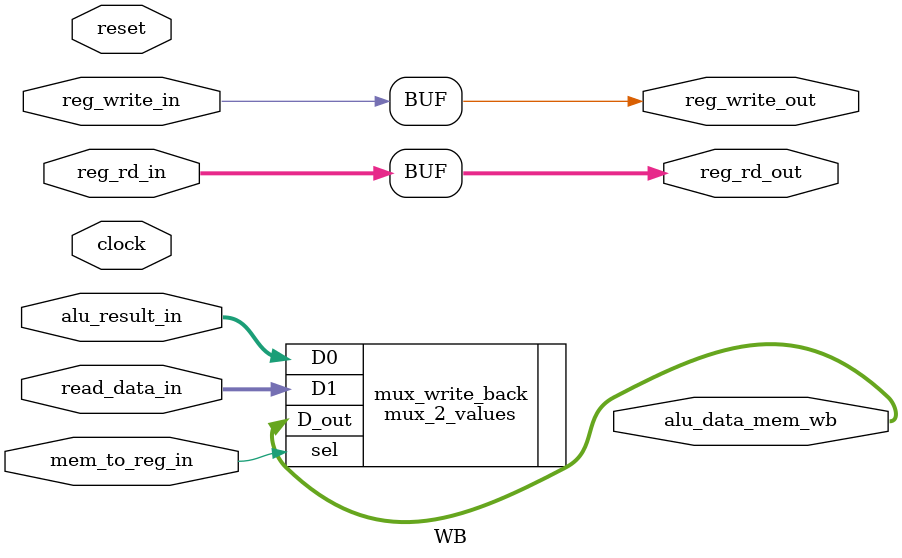
<source format=v>
module WB(
    input       clock,
    input       reset,
    // Sinais de controle WB
    input       reg_write_in,
    input       mem_to_reg_in,
    // Entrada de dados
    input [31:0] read_data_in,
    input [31:0] alu_result_in,
    input [4:0] reg_rd_in,
    // Saida de dados
    output [31:0] alu_data_mem_wb,
    // Saida para forwarding unit do estagio EX
    output [4:0] reg_rd_out,
    output reg_write_out
);

    mux_2_values #(
        .WIDTH(32)
    ) mux_write_back (
        .sel(mem_to_reg_in),
        .D0(alu_result_in),
        .D1(read_data_in),
        .D_out(alu_data_mem_wb)
    );

    assign reg_rd_out = reg_rd_in;
    assign reg_write_out = reg_write_in;

endmodule
</source>
